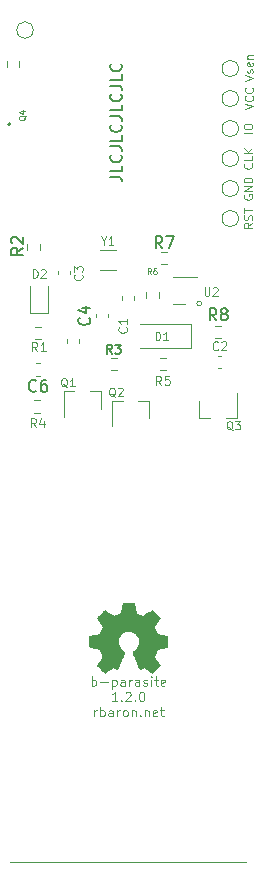
<source format=gbr>
G04 #@! TF.GenerationSoftware,KiCad,Pcbnew,(6.0.0)*
G04 #@! TF.CreationDate,2022-04-30T09:15:09+02:00*
G04 #@! TF.ProjectId,parasite,70617261-7369-4746-952e-6b696361645f,1.2.0*
G04 #@! TF.SameCoordinates,Original*
G04 #@! TF.FileFunction,Legend,Top*
G04 #@! TF.FilePolarity,Positive*
%FSLAX46Y46*%
G04 Gerber Fmt 4.6, Leading zero omitted, Abs format (unit mm)*
G04 Created by KiCad (PCBNEW (6.0.0)) date 2022-04-30 09:15:09*
%MOMM*%
%LPD*%
G01*
G04 APERTURE LIST*
%ADD10C,0.120000*%
%ADD11C,0.100000*%
%ADD12C,0.200000*%
%ADD13C,0.150000*%
%ADD14C,0.010000*%
G04 APERTURE END LIST*
D10*
X58000000Y-99000000D02*
X78000000Y-99000000D01*
X74200000Y-51700000D02*
G75*
G03*
X74200000Y-51700000I-200000J0D01*
G01*
D11*
X64914285Y-84073904D02*
X64914285Y-83273904D01*
X64914285Y-83578666D02*
X64990476Y-83540571D01*
X65142857Y-83540571D01*
X65219047Y-83578666D01*
X65257142Y-83616761D01*
X65295238Y-83692952D01*
X65295238Y-83921523D01*
X65257142Y-83997714D01*
X65219047Y-84035809D01*
X65142857Y-84073904D01*
X64990476Y-84073904D01*
X64914285Y-84035809D01*
X65638095Y-83769142D02*
X66247619Y-83769142D01*
X66628571Y-83540571D02*
X66628571Y-84340571D01*
X66628571Y-83578666D02*
X66704761Y-83540571D01*
X66857142Y-83540571D01*
X66933333Y-83578666D01*
X66971428Y-83616761D01*
X67009523Y-83692952D01*
X67009523Y-83921523D01*
X66971428Y-83997714D01*
X66933333Y-84035809D01*
X66857142Y-84073904D01*
X66704761Y-84073904D01*
X66628571Y-84035809D01*
X67695238Y-84073904D02*
X67695238Y-83654857D01*
X67657142Y-83578666D01*
X67580952Y-83540571D01*
X67428571Y-83540571D01*
X67352380Y-83578666D01*
X67695238Y-84035809D02*
X67619047Y-84073904D01*
X67428571Y-84073904D01*
X67352380Y-84035809D01*
X67314285Y-83959619D01*
X67314285Y-83883428D01*
X67352380Y-83807238D01*
X67428571Y-83769142D01*
X67619047Y-83769142D01*
X67695238Y-83731047D01*
X68076190Y-84073904D02*
X68076190Y-83540571D01*
X68076190Y-83692952D02*
X68114285Y-83616761D01*
X68152380Y-83578666D01*
X68228571Y-83540571D01*
X68304761Y-83540571D01*
X68914285Y-84073904D02*
X68914285Y-83654857D01*
X68876190Y-83578666D01*
X68800000Y-83540571D01*
X68647619Y-83540571D01*
X68571428Y-83578666D01*
X68914285Y-84035809D02*
X68838095Y-84073904D01*
X68647619Y-84073904D01*
X68571428Y-84035809D01*
X68533333Y-83959619D01*
X68533333Y-83883428D01*
X68571428Y-83807238D01*
X68647619Y-83769142D01*
X68838095Y-83769142D01*
X68914285Y-83731047D01*
X69257142Y-84035809D02*
X69333333Y-84073904D01*
X69485714Y-84073904D01*
X69561904Y-84035809D01*
X69600000Y-83959619D01*
X69600000Y-83921523D01*
X69561904Y-83845333D01*
X69485714Y-83807238D01*
X69371428Y-83807238D01*
X69295238Y-83769142D01*
X69257142Y-83692952D01*
X69257142Y-83654857D01*
X69295238Y-83578666D01*
X69371428Y-83540571D01*
X69485714Y-83540571D01*
X69561904Y-83578666D01*
X69942857Y-84073904D02*
X69942857Y-83540571D01*
X69942857Y-83273904D02*
X69904761Y-83312000D01*
X69942857Y-83350095D01*
X69980952Y-83312000D01*
X69942857Y-83273904D01*
X69942857Y-83350095D01*
X70209523Y-83540571D02*
X70514285Y-83540571D01*
X70323809Y-83273904D02*
X70323809Y-83959619D01*
X70361904Y-84035809D01*
X70438095Y-84073904D01*
X70514285Y-84073904D01*
X71085714Y-84035809D02*
X71009523Y-84073904D01*
X70857142Y-84073904D01*
X70780952Y-84035809D01*
X70742857Y-83959619D01*
X70742857Y-83654857D01*
X70780952Y-83578666D01*
X70857142Y-83540571D01*
X71009523Y-83540571D01*
X71085714Y-83578666D01*
X71123809Y-83654857D01*
X71123809Y-83731047D01*
X70742857Y-83807238D01*
X67085714Y-85361904D02*
X66628571Y-85361904D01*
X66857142Y-85361904D02*
X66857142Y-84561904D01*
X66780952Y-84676190D01*
X66704761Y-84752380D01*
X66628571Y-84790476D01*
X67428571Y-85285714D02*
X67466666Y-85323809D01*
X67428571Y-85361904D01*
X67390476Y-85323809D01*
X67428571Y-85285714D01*
X67428571Y-85361904D01*
X67771428Y-84638095D02*
X67809523Y-84600000D01*
X67885714Y-84561904D01*
X68076190Y-84561904D01*
X68152380Y-84600000D01*
X68190476Y-84638095D01*
X68228571Y-84714285D01*
X68228571Y-84790476D01*
X68190476Y-84904761D01*
X67733333Y-85361904D01*
X68228571Y-85361904D01*
X68571428Y-85285714D02*
X68609523Y-85323809D01*
X68571428Y-85361904D01*
X68533333Y-85323809D01*
X68571428Y-85285714D01*
X68571428Y-85361904D01*
X69104761Y-84561904D02*
X69180952Y-84561904D01*
X69257142Y-84600000D01*
X69295238Y-84638095D01*
X69333333Y-84714285D01*
X69371428Y-84866666D01*
X69371428Y-85057142D01*
X69333333Y-85209523D01*
X69295238Y-85285714D01*
X69257142Y-85323809D01*
X69180952Y-85361904D01*
X69104761Y-85361904D01*
X69028571Y-85323809D01*
X68990476Y-85285714D01*
X68952380Y-85209523D01*
X68914285Y-85057142D01*
X68914285Y-84866666D01*
X68952380Y-84714285D01*
X68990476Y-84638095D01*
X69028571Y-84600000D01*
X69104761Y-84561904D01*
X65123809Y-86649904D02*
X65123809Y-86116571D01*
X65123809Y-86268952D02*
X65161904Y-86192761D01*
X65200000Y-86154666D01*
X65276190Y-86116571D01*
X65352380Y-86116571D01*
X65619047Y-86649904D02*
X65619047Y-85849904D01*
X65619047Y-86154666D02*
X65695238Y-86116571D01*
X65847619Y-86116571D01*
X65923809Y-86154666D01*
X65961904Y-86192761D01*
X66000000Y-86268952D01*
X66000000Y-86497523D01*
X65961904Y-86573714D01*
X65923809Y-86611809D01*
X65847619Y-86649904D01*
X65695238Y-86649904D01*
X65619047Y-86611809D01*
X66685714Y-86649904D02*
X66685714Y-86230857D01*
X66647619Y-86154666D01*
X66571428Y-86116571D01*
X66419047Y-86116571D01*
X66342857Y-86154666D01*
X66685714Y-86611809D02*
X66609523Y-86649904D01*
X66419047Y-86649904D01*
X66342857Y-86611809D01*
X66304761Y-86535619D01*
X66304761Y-86459428D01*
X66342857Y-86383238D01*
X66419047Y-86345142D01*
X66609523Y-86345142D01*
X66685714Y-86307047D01*
X67066666Y-86649904D02*
X67066666Y-86116571D01*
X67066666Y-86268952D02*
X67104761Y-86192761D01*
X67142857Y-86154666D01*
X67219047Y-86116571D01*
X67295238Y-86116571D01*
X67676190Y-86649904D02*
X67600000Y-86611809D01*
X67561904Y-86573714D01*
X67523809Y-86497523D01*
X67523809Y-86268952D01*
X67561904Y-86192761D01*
X67600000Y-86154666D01*
X67676190Y-86116571D01*
X67790476Y-86116571D01*
X67866666Y-86154666D01*
X67904761Y-86192761D01*
X67942857Y-86268952D01*
X67942857Y-86497523D01*
X67904761Y-86573714D01*
X67866666Y-86611809D01*
X67790476Y-86649904D01*
X67676190Y-86649904D01*
X68285714Y-86116571D02*
X68285714Y-86649904D01*
X68285714Y-86192761D02*
X68323809Y-86154666D01*
X68400000Y-86116571D01*
X68514285Y-86116571D01*
X68590476Y-86154666D01*
X68628571Y-86230857D01*
X68628571Y-86649904D01*
X69009523Y-86573714D02*
X69047619Y-86611809D01*
X69009523Y-86649904D01*
X68971428Y-86611809D01*
X69009523Y-86573714D01*
X69009523Y-86649904D01*
X69390476Y-86116571D02*
X69390476Y-86649904D01*
X69390476Y-86192761D02*
X69428571Y-86154666D01*
X69504761Y-86116571D01*
X69619047Y-86116571D01*
X69695238Y-86154666D01*
X69733333Y-86230857D01*
X69733333Y-86649904D01*
X70419047Y-86611809D02*
X70342857Y-86649904D01*
X70190476Y-86649904D01*
X70114285Y-86611809D01*
X70076190Y-86535619D01*
X70076190Y-86230857D01*
X70114285Y-86154666D01*
X70190476Y-86116571D01*
X70342857Y-86116571D01*
X70419047Y-86154666D01*
X70457142Y-86230857D01*
X70457142Y-86307047D01*
X70076190Y-86383238D01*
X70685714Y-86116571D02*
X70990476Y-86116571D01*
X70800000Y-85849904D02*
X70800000Y-86535619D01*
X70838095Y-86611809D01*
X70914285Y-86649904D01*
X70990476Y-86649904D01*
D12*
X66472380Y-40969047D02*
X67186666Y-40969047D01*
X67329523Y-41016666D01*
X67424761Y-41111904D01*
X67472380Y-41254761D01*
X67472380Y-41350000D01*
X67472380Y-40016666D02*
X67472380Y-40492857D01*
X66472380Y-40492857D01*
X67377142Y-39111904D02*
X67424761Y-39159523D01*
X67472380Y-39302380D01*
X67472380Y-39397619D01*
X67424761Y-39540476D01*
X67329523Y-39635714D01*
X67234285Y-39683333D01*
X67043809Y-39730952D01*
X66900952Y-39730952D01*
X66710476Y-39683333D01*
X66615238Y-39635714D01*
X66520000Y-39540476D01*
X66472380Y-39397619D01*
X66472380Y-39302380D01*
X66520000Y-39159523D01*
X66567619Y-39111904D01*
X66472380Y-38397619D02*
X67186666Y-38397619D01*
X67329523Y-38445238D01*
X67424761Y-38540476D01*
X67472380Y-38683333D01*
X67472380Y-38778571D01*
X67472380Y-37445238D02*
X67472380Y-37921428D01*
X66472380Y-37921428D01*
X67377142Y-36540476D02*
X67424761Y-36588095D01*
X67472380Y-36730952D01*
X67472380Y-36826190D01*
X67424761Y-36969047D01*
X67329523Y-37064285D01*
X67234285Y-37111904D01*
X67043809Y-37159523D01*
X66900952Y-37159523D01*
X66710476Y-37111904D01*
X66615238Y-37064285D01*
X66520000Y-36969047D01*
X66472380Y-36826190D01*
X66472380Y-36730952D01*
X66520000Y-36588095D01*
X66567619Y-36540476D01*
X66472380Y-35826190D02*
X67186666Y-35826190D01*
X67329523Y-35873809D01*
X67424761Y-35969047D01*
X67472380Y-36111904D01*
X67472380Y-36207142D01*
X67472380Y-34873809D02*
X67472380Y-35350000D01*
X66472380Y-35350000D01*
X67377142Y-33969047D02*
X67424761Y-34016666D01*
X67472380Y-34159523D01*
X67472380Y-34254761D01*
X67424761Y-34397619D01*
X67329523Y-34492857D01*
X67234285Y-34540476D01*
X67043809Y-34588095D01*
X66900952Y-34588095D01*
X66710476Y-34540476D01*
X66615238Y-34492857D01*
X66520000Y-34397619D01*
X66472380Y-34254761D01*
X66472380Y-34159523D01*
X66520000Y-34016666D01*
X66567619Y-33969047D01*
X66472380Y-33254761D02*
X67186666Y-33254761D01*
X67329523Y-33302380D01*
X67424761Y-33397619D01*
X67472380Y-33540476D01*
X67472380Y-33635714D01*
X67472380Y-32302380D02*
X67472380Y-32778571D01*
X66472380Y-32778571D01*
X67377142Y-31397619D02*
X67424761Y-31445238D01*
X67472380Y-31588095D01*
X67472380Y-31683333D01*
X67424761Y-31826190D01*
X67329523Y-31921428D01*
X67234285Y-31969047D01*
X67043809Y-32016666D01*
X66900952Y-32016666D01*
X66710476Y-31969047D01*
X66615238Y-31921428D01*
X66520000Y-31826190D01*
X66472380Y-31683333D01*
X66472380Y-31588095D01*
X66520000Y-31445238D01*
X66567619Y-31397619D01*
D13*
X60193333Y-59067142D02*
X60145714Y-59114761D01*
X60002857Y-59162380D01*
X59907619Y-59162380D01*
X59764761Y-59114761D01*
X59669523Y-59019523D01*
X59621904Y-58924285D01*
X59574285Y-58733809D01*
X59574285Y-58590952D01*
X59621904Y-58400476D01*
X59669523Y-58305238D01*
X59764761Y-58210000D01*
X59907619Y-58162380D01*
X60002857Y-58162380D01*
X60145714Y-58210000D01*
X60193333Y-58257619D01*
X61050476Y-58162380D02*
X60860000Y-58162380D01*
X60764761Y-58210000D01*
X60717142Y-58257619D01*
X60621904Y-58400476D01*
X60574285Y-58590952D01*
X60574285Y-58971904D01*
X60621904Y-59067142D01*
X60669523Y-59114761D01*
X60764761Y-59162380D01*
X60955238Y-59162380D01*
X61050476Y-59114761D01*
X61098095Y-59067142D01*
X61145714Y-58971904D01*
X61145714Y-58733809D01*
X61098095Y-58638571D01*
X61050476Y-58590952D01*
X60955238Y-58543333D01*
X60764761Y-58543333D01*
X60669523Y-58590952D01*
X60621904Y-58638571D01*
X60574285Y-58733809D01*
X64687142Y-52896666D02*
X64734761Y-52944285D01*
X64782380Y-53087142D01*
X64782380Y-53182380D01*
X64734761Y-53325238D01*
X64639523Y-53420476D01*
X64544285Y-53468095D01*
X64353809Y-53515714D01*
X64210952Y-53515714D01*
X64020476Y-53468095D01*
X63925238Y-53420476D01*
X63830000Y-53325238D01*
X63782380Y-53182380D01*
X63782380Y-53087142D01*
X63830000Y-52944285D01*
X63877619Y-52896666D01*
X64115714Y-52039523D02*
X64782380Y-52039523D01*
X63734761Y-52277619D02*
X64449047Y-52515714D01*
X64449047Y-51896666D01*
D11*
X64057857Y-49245000D02*
X64093571Y-49280714D01*
X64129285Y-49387857D01*
X64129285Y-49459285D01*
X64093571Y-49566428D01*
X64022142Y-49637857D01*
X63950714Y-49673571D01*
X63807857Y-49709285D01*
X63700714Y-49709285D01*
X63557857Y-49673571D01*
X63486428Y-49637857D01*
X63415000Y-49566428D01*
X63379285Y-49459285D01*
X63379285Y-49387857D01*
X63415000Y-49280714D01*
X63450714Y-49245000D01*
X63379285Y-48995000D02*
X63379285Y-48530714D01*
X63665000Y-48780714D01*
X63665000Y-48673571D01*
X63700714Y-48602142D01*
X63736428Y-48566428D01*
X63807857Y-48530714D01*
X63986428Y-48530714D01*
X64057857Y-48566428D01*
X64093571Y-48602142D01*
X64129285Y-48673571D01*
X64129285Y-48887857D01*
X64093571Y-48959285D01*
X64057857Y-48995000D01*
X75605000Y-55577857D02*
X75569285Y-55613571D01*
X75462142Y-55649285D01*
X75390714Y-55649285D01*
X75283571Y-55613571D01*
X75212142Y-55542142D01*
X75176428Y-55470714D01*
X75140714Y-55327857D01*
X75140714Y-55220714D01*
X75176428Y-55077857D01*
X75212142Y-55006428D01*
X75283571Y-54935000D01*
X75390714Y-54899285D01*
X75462142Y-54899285D01*
X75569285Y-54935000D01*
X75605000Y-54970714D01*
X75890714Y-54970714D02*
X75926428Y-54935000D01*
X75997857Y-54899285D01*
X76176428Y-54899285D01*
X76247857Y-54935000D01*
X76283571Y-54970714D01*
X76319285Y-55042142D01*
X76319285Y-55113571D01*
X76283571Y-55220714D01*
X75855000Y-55649285D01*
X76319285Y-55649285D01*
X67837857Y-53695000D02*
X67873571Y-53730714D01*
X67909285Y-53837857D01*
X67909285Y-53909285D01*
X67873571Y-54016428D01*
X67802142Y-54087857D01*
X67730714Y-54123571D01*
X67587857Y-54159285D01*
X67480714Y-54159285D01*
X67337857Y-54123571D01*
X67266428Y-54087857D01*
X67195000Y-54016428D01*
X67159285Y-53909285D01*
X67159285Y-53837857D01*
X67195000Y-53730714D01*
X67230714Y-53695000D01*
X67909285Y-52980714D02*
X67909285Y-53409285D01*
X67909285Y-53195000D02*
X67159285Y-53195000D01*
X67266428Y-53266428D01*
X67337857Y-53337857D01*
X67373571Y-53409285D01*
X69926666Y-49206190D02*
X69760000Y-48968095D01*
X69640952Y-49206190D02*
X69640952Y-48706190D01*
X69831428Y-48706190D01*
X69879047Y-48730000D01*
X69902857Y-48753809D01*
X69926666Y-48801428D01*
X69926666Y-48872857D01*
X69902857Y-48920476D01*
X69879047Y-48944285D01*
X69831428Y-48968095D01*
X69640952Y-48968095D01*
X70355238Y-48706190D02*
X70260000Y-48706190D01*
X70212380Y-48730000D01*
X70188571Y-48753809D01*
X70140952Y-48825238D01*
X70117142Y-48920476D01*
X70117142Y-49110952D01*
X70140952Y-49158571D01*
X70164761Y-49182380D01*
X70212380Y-49206190D01*
X70307619Y-49206190D01*
X70355238Y-49182380D01*
X70379047Y-49158571D01*
X70402857Y-49110952D01*
X70402857Y-48991904D01*
X70379047Y-48944285D01*
X70355238Y-48920476D01*
X70307619Y-48896666D01*
X70212380Y-48896666D01*
X70164761Y-48920476D01*
X70140952Y-48944285D01*
X70117142Y-48991904D01*
X70795000Y-58589285D02*
X70545000Y-58232142D01*
X70366428Y-58589285D02*
X70366428Y-57839285D01*
X70652142Y-57839285D01*
X70723571Y-57875000D01*
X70759285Y-57910714D01*
X70795000Y-57982142D01*
X70795000Y-58089285D01*
X70759285Y-58160714D01*
X70723571Y-58196428D01*
X70652142Y-58232142D01*
X70366428Y-58232142D01*
X71473571Y-57839285D02*
X71116428Y-57839285D01*
X71080714Y-58196428D01*
X71116428Y-58160714D01*
X71187857Y-58125000D01*
X71366428Y-58125000D01*
X71437857Y-58160714D01*
X71473571Y-58196428D01*
X71509285Y-58267857D01*
X71509285Y-58446428D01*
X71473571Y-58517857D01*
X71437857Y-58553571D01*
X71366428Y-58589285D01*
X71187857Y-58589285D01*
X71116428Y-58553571D01*
X71080714Y-58517857D01*
X60185000Y-62179285D02*
X59935000Y-61822142D01*
X59756428Y-62179285D02*
X59756428Y-61429285D01*
X60042142Y-61429285D01*
X60113571Y-61465000D01*
X60149285Y-61500714D01*
X60185000Y-61572142D01*
X60185000Y-61679285D01*
X60149285Y-61750714D01*
X60113571Y-61786428D01*
X60042142Y-61822142D01*
X59756428Y-61822142D01*
X60827857Y-61679285D02*
X60827857Y-62179285D01*
X60649285Y-61393571D02*
X60470714Y-61929285D01*
X60935000Y-61929285D01*
D10*
X62833333Y-58783333D02*
X62766666Y-58750000D01*
X62700000Y-58683333D01*
X62600000Y-58583333D01*
X62533333Y-58550000D01*
X62466666Y-58550000D01*
X62500000Y-58716666D02*
X62433333Y-58683333D01*
X62366666Y-58616666D01*
X62333333Y-58483333D01*
X62333333Y-58250000D01*
X62366666Y-58116666D01*
X62433333Y-58050000D01*
X62500000Y-58016666D01*
X62633333Y-58016666D01*
X62700000Y-58050000D01*
X62766666Y-58116666D01*
X62800000Y-58250000D01*
X62800000Y-58483333D01*
X62766666Y-58616666D01*
X62700000Y-58683333D01*
X62633333Y-58716666D01*
X62500000Y-58716666D01*
X63466666Y-58716666D02*
X63066666Y-58716666D01*
X63266666Y-58716666D02*
X63266666Y-58016666D01*
X63200000Y-58116666D01*
X63133333Y-58183333D01*
X63066666Y-58216666D01*
D13*
X66635000Y-55929285D02*
X66385000Y-55572142D01*
X66206428Y-55929285D02*
X66206428Y-55179285D01*
X66492142Y-55179285D01*
X66563571Y-55215000D01*
X66599285Y-55250714D01*
X66635000Y-55322142D01*
X66635000Y-55429285D01*
X66599285Y-55500714D01*
X66563571Y-55536428D01*
X66492142Y-55572142D01*
X66206428Y-55572142D01*
X66885000Y-55179285D02*
X67349285Y-55179285D01*
X67099285Y-55465000D01*
X67206428Y-55465000D01*
X67277857Y-55500714D01*
X67313571Y-55536428D01*
X67349285Y-55607857D01*
X67349285Y-55786428D01*
X67313571Y-55857857D01*
X67277857Y-55893571D01*
X67206428Y-55929285D01*
X66992142Y-55929285D01*
X66920714Y-55893571D01*
X66885000Y-55857857D01*
D11*
X60295000Y-55739285D02*
X60045000Y-55382142D01*
X59866428Y-55739285D02*
X59866428Y-54989285D01*
X60152142Y-54989285D01*
X60223571Y-55025000D01*
X60259285Y-55060714D01*
X60295000Y-55132142D01*
X60295000Y-55239285D01*
X60259285Y-55310714D01*
X60223571Y-55346428D01*
X60152142Y-55382142D01*
X59866428Y-55382142D01*
X61009285Y-55739285D02*
X60580714Y-55739285D01*
X60795000Y-55739285D02*
X60795000Y-54989285D01*
X60723571Y-55096428D01*
X60652142Y-55167857D01*
X60580714Y-55203571D01*
D10*
X78506666Y-37246666D02*
X77806666Y-37246666D01*
X77806666Y-36780000D02*
X77806666Y-36646666D01*
X77840000Y-36580000D01*
X77906666Y-36513333D01*
X78040000Y-36480000D01*
X78273333Y-36480000D01*
X78406666Y-36513333D01*
X78473333Y-36580000D01*
X78506666Y-36646666D01*
X78506666Y-36780000D01*
X78473333Y-36846666D01*
X78406666Y-36913333D01*
X78273333Y-36946666D01*
X78040000Y-36946666D01*
X77906666Y-36913333D01*
X77840000Y-36846666D01*
X77806666Y-36780000D01*
X78440000Y-39836666D02*
X78473333Y-39870000D01*
X78506666Y-39970000D01*
X78506666Y-40036666D01*
X78473333Y-40136666D01*
X78406666Y-40203333D01*
X78340000Y-40236666D01*
X78206666Y-40270000D01*
X78106666Y-40270000D01*
X77973333Y-40236666D01*
X77906666Y-40203333D01*
X77840000Y-40136666D01*
X77806666Y-40036666D01*
X77806666Y-39970000D01*
X77840000Y-39870000D01*
X77873333Y-39836666D01*
X78506666Y-39203333D02*
X78506666Y-39536666D01*
X77806666Y-39536666D01*
X78506666Y-38970000D02*
X77806666Y-38970000D01*
X78506666Y-38570000D02*
X78106666Y-38870000D01*
X77806666Y-38570000D02*
X78206666Y-38970000D01*
X78506666Y-44883333D02*
X78173333Y-45116666D01*
X78506666Y-45283333D02*
X77806666Y-45283333D01*
X77806666Y-45016666D01*
X77840000Y-44950000D01*
X77873333Y-44916666D01*
X77940000Y-44883333D01*
X78040000Y-44883333D01*
X78106666Y-44916666D01*
X78140000Y-44950000D01*
X78173333Y-45016666D01*
X78173333Y-45283333D01*
X78473333Y-44616666D02*
X78506666Y-44516666D01*
X78506666Y-44350000D01*
X78473333Y-44283333D01*
X78440000Y-44250000D01*
X78373333Y-44216666D01*
X78306666Y-44216666D01*
X78240000Y-44250000D01*
X78206666Y-44283333D01*
X78173333Y-44350000D01*
X78140000Y-44483333D01*
X78106666Y-44550000D01*
X78073333Y-44583333D01*
X78006666Y-44616666D01*
X77940000Y-44616666D01*
X77873333Y-44583333D01*
X77840000Y-44550000D01*
X77806666Y-44483333D01*
X77806666Y-44316666D01*
X77840000Y-44216666D01*
X77806666Y-44016666D02*
X77806666Y-43616666D01*
X78506666Y-43816666D02*
X77806666Y-43816666D01*
X77840000Y-42493333D02*
X77806666Y-42560000D01*
X77806666Y-42660000D01*
X77840000Y-42760000D01*
X77906666Y-42826666D01*
X77973333Y-42860000D01*
X78106666Y-42893333D01*
X78206666Y-42893333D01*
X78340000Y-42860000D01*
X78406666Y-42826666D01*
X78473333Y-42760000D01*
X78506666Y-42660000D01*
X78506666Y-42593333D01*
X78473333Y-42493333D01*
X78440000Y-42460000D01*
X78206666Y-42460000D01*
X78206666Y-42593333D01*
X78506666Y-42160000D02*
X77806666Y-42160000D01*
X78506666Y-41760000D01*
X77806666Y-41760000D01*
X78506666Y-41426666D02*
X77806666Y-41426666D01*
X77806666Y-41260000D01*
X77840000Y-41160000D01*
X77906666Y-41093333D01*
X77973333Y-41060000D01*
X78106666Y-41026666D01*
X78206666Y-41026666D01*
X78340000Y-41060000D01*
X78406666Y-41093333D01*
X78473333Y-41160000D01*
X78506666Y-41260000D01*
X78506666Y-41426666D01*
X77876666Y-35233333D02*
X78576666Y-35000000D01*
X77876666Y-34766666D01*
X78510000Y-34133333D02*
X78543333Y-34166666D01*
X78576666Y-34266666D01*
X78576666Y-34333333D01*
X78543333Y-34433333D01*
X78476666Y-34500000D01*
X78410000Y-34533333D01*
X78276666Y-34566666D01*
X78176666Y-34566666D01*
X78043333Y-34533333D01*
X77976666Y-34500000D01*
X77910000Y-34433333D01*
X77876666Y-34333333D01*
X77876666Y-34266666D01*
X77910000Y-34166666D01*
X77943333Y-34133333D01*
X78510000Y-33433333D02*
X78543333Y-33466666D01*
X78576666Y-33566666D01*
X78576666Y-33633333D01*
X78543333Y-33733333D01*
X78476666Y-33800000D01*
X78410000Y-33833333D01*
X78276666Y-33866666D01*
X78176666Y-33866666D01*
X78043333Y-33833333D01*
X77976666Y-33800000D01*
X77910000Y-33733333D01*
X77876666Y-33633333D01*
X77876666Y-33566666D01*
X77910000Y-33466666D01*
X77943333Y-33433333D01*
D13*
X59082380Y-46986666D02*
X58606190Y-47320000D01*
X59082380Y-47558095D02*
X58082380Y-47558095D01*
X58082380Y-47177142D01*
X58130000Y-47081904D01*
X58177619Y-47034285D01*
X58272857Y-46986666D01*
X58415714Y-46986666D01*
X58510952Y-47034285D01*
X58558571Y-47081904D01*
X58606190Y-47177142D01*
X58606190Y-47558095D01*
X58177619Y-46605714D02*
X58130000Y-46558095D01*
X58082380Y-46462857D01*
X58082380Y-46224761D01*
X58130000Y-46129523D01*
X58177619Y-46081904D01*
X58272857Y-46034285D01*
X58368095Y-46034285D01*
X58510952Y-46081904D01*
X59082380Y-46653333D01*
X59082380Y-46034285D01*
D10*
X76843333Y-62423333D02*
X76776666Y-62390000D01*
X76710000Y-62323333D01*
X76610000Y-62223333D01*
X76543333Y-62190000D01*
X76476666Y-62190000D01*
X76510000Y-62356666D02*
X76443333Y-62323333D01*
X76376666Y-62256666D01*
X76343333Y-62123333D01*
X76343333Y-61890000D01*
X76376666Y-61756666D01*
X76443333Y-61690000D01*
X76510000Y-61656666D01*
X76643333Y-61656666D01*
X76710000Y-61690000D01*
X76776666Y-61756666D01*
X76810000Y-61890000D01*
X76810000Y-62123333D01*
X76776666Y-62256666D01*
X76710000Y-62323333D01*
X76643333Y-62356666D01*
X76510000Y-62356666D01*
X77043333Y-61656666D02*
X77476666Y-61656666D01*
X77243333Y-61923333D01*
X77343333Y-61923333D01*
X77410000Y-61956666D01*
X77443333Y-61990000D01*
X77476666Y-62056666D01*
X77476666Y-62223333D01*
X77443333Y-62290000D01*
X77410000Y-62323333D01*
X77343333Y-62356666D01*
X77143333Y-62356666D01*
X77076666Y-62323333D01*
X77043333Y-62290000D01*
X65916666Y-46383333D02*
X65916666Y-46716666D01*
X65683333Y-46016666D02*
X65916666Y-46383333D01*
X66150000Y-46016666D01*
X66750000Y-46716666D02*
X66350000Y-46716666D01*
X66550000Y-46716666D02*
X66550000Y-46016666D01*
X66483333Y-46116666D01*
X66416666Y-46183333D01*
X66350000Y-46216666D01*
X59933333Y-49509166D02*
X59933333Y-48809166D01*
X60100000Y-48809166D01*
X60200000Y-48842500D01*
X60266666Y-48909166D01*
X60300000Y-48975833D01*
X60333333Y-49109166D01*
X60333333Y-49209166D01*
X60300000Y-49342500D01*
X60266666Y-49409166D01*
X60200000Y-49475833D01*
X60100000Y-49509166D01*
X59933333Y-49509166D01*
X60600000Y-48875833D02*
X60633333Y-48842500D01*
X60700000Y-48809166D01*
X60866666Y-48809166D01*
X60933333Y-48842500D01*
X60966666Y-48875833D01*
X61000000Y-48942500D01*
X61000000Y-49009166D01*
X60966666Y-49109166D01*
X60566666Y-49509166D01*
X61000000Y-49509166D01*
D13*
X70893333Y-47012380D02*
X70560000Y-46536190D01*
X70321904Y-47012380D02*
X70321904Y-46012380D01*
X70702857Y-46012380D01*
X70798095Y-46060000D01*
X70845714Y-46107619D01*
X70893333Y-46202857D01*
X70893333Y-46345714D01*
X70845714Y-46440952D01*
X70798095Y-46488571D01*
X70702857Y-46536190D01*
X70321904Y-46536190D01*
X71226666Y-46012380D02*
X71893333Y-46012380D01*
X71464761Y-47012380D01*
X75453333Y-53112380D02*
X75120000Y-52636190D01*
X74881904Y-53112380D02*
X74881904Y-52112380D01*
X75262857Y-52112380D01*
X75358095Y-52160000D01*
X75405714Y-52207619D01*
X75453333Y-52302857D01*
X75453333Y-52445714D01*
X75405714Y-52540952D01*
X75358095Y-52588571D01*
X75262857Y-52636190D01*
X74881904Y-52636190D01*
X76024761Y-52540952D02*
X75929523Y-52493333D01*
X75881904Y-52445714D01*
X75834285Y-52350476D01*
X75834285Y-52302857D01*
X75881904Y-52207619D01*
X75929523Y-52160000D01*
X76024761Y-52112380D01*
X76215238Y-52112380D01*
X76310476Y-52160000D01*
X76358095Y-52207619D01*
X76405714Y-52302857D01*
X76405714Y-52350476D01*
X76358095Y-52445714D01*
X76310476Y-52493333D01*
X76215238Y-52540952D01*
X76024761Y-52540952D01*
X75929523Y-52588571D01*
X75881904Y-52636190D01*
X75834285Y-52731428D01*
X75834285Y-52921904D01*
X75881904Y-53017142D01*
X75929523Y-53064761D01*
X76024761Y-53112380D01*
X76215238Y-53112380D01*
X76310476Y-53064761D01*
X76358095Y-53017142D01*
X76405714Y-52921904D01*
X76405714Y-52731428D01*
X76358095Y-52636190D01*
X76310476Y-52588571D01*
X76215238Y-52540952D01*
D10*
X66893333Y-59573333D02*
X66826666Y-59540000D01*
X66760000Y-59473333D01*
X66660000Y-59373333D01*
X66593333Y-59340000D01*
X66526666Y-59340000D01*
X66560000Y-59506666D02*
X66493333Y-59473333D01*
X66426666Y-59406666D01*
X66393333Y-59273333D01*
X66393333Y-59040000D01*
X66426666Y-58906666D01*
X66493333Y-58840000D01*
X66560000Y-58806666D01*
X66693333Y-58806666D01*
X66760000Y-58840000D01*
X66826666Y-58906666D01*
X66860000Y-59040000D01*
X66860000Y-59273333D01*
X66826666Y-59406666D01*
X66760000Y-59473333D01*
X66693333Y-59506666D01*
X66560000Y-59506666D01*
X67126666Y-58873333D02*
X67160000Y-58840000D01*
X67226666Y-58806666D01*
X67393333Y-58806666D01*
X67460000Y-58840000D01*
X67493333Y-58873333D01*
X67526666Y-58940000D01*
X67526666Y-59006666D01*
X67493333Y-59106666D01*
X67093333Y-59506666D01*
X67526666Y-59506666D01*
X74466666Y-50316666D02*
X74466666Y-50883333D01*
X74500000Y-50950000D01*
X74533333Y-50983333D01*
X74600000Y-51016666D01*
X74733333Y-51016666D01*
X74800000Y-50983333D01*
X74833333Y-50950000D01*
X74866666Y-50883333D01*
X74866666Y-50316666D01*
X75166666Y-50383333D02*
X75200000Y-50350000D01*
X75266666Y-50316666D01*
X75433333Y-50316666D01*
X75500000Y-50350000D01*
X75533333Y-50383333D01*
X75566666Y-50450000D01*
X75566666Y-50516666D01*
X75533333Y-50616666D01*
X75133333Y-51016666D01*
X75566666Y-51016666D01*
X70313333Y-54786666D02*
X70313333Y-54086666D01*
X70480000Y-54086666D01*
X70580000Y-54120000D01*
X70646666Y-54186666D01*
X70680000Y-54253333D01*
X70713333Y-54386666D01*
X70713333Y-54486666D01*
X70680000Y-54620000D01*
X70646666Y-54686666D01*
X70580000Y-54753333D01*
X70480000Y-54786666D01*
X70313333Y-54786666D01*
X71380000Y-54786666D02*
X70980000Y-54786666D01*
X71180000Y-54786666D02*
X71180000Y-54086666D01*
X71113333Y-54186666D01*
X71046666Y-54253333D01*
X70980000Y-54286666D01*
X77846666Y-32833333D02*
X78546666Y-32600000D01*
X77846666Y-32366666D01*
X78513333Y-32166666D02*
X78546666Y-32100000D01*
X78546666Y-31966666D01*
X78513333Y-31900000D01*
X78446666Y-31866666D01*
X78413333Y-31866666D01*
X78346666Y-31900000D01*
X78313333Y-31966666D01*
X78313333Y-32066666D01*
X78280000Y-32133333D01*
X78213333Y-32166666D01*
X78180000Y-32166666D01*
X78113333Y-32133333D01*
X78080000Y-32066666D01*
X78080000Y-31966666D01*
X78113333Y-31900000D01*
X78513333Y-31300000D02*
X78546666Y-31366666D01*
X78546666Y-31500000D01*
X78513333Y-31566666D01*
X78446666Y-31600000D01*
X78180000Y-31600000D01*
X78113333Y-31566666D01*
X78080000Y-31500000D01*
X78080000Y-31366666D01*
X78113333Y-31300000D01*
X78180000Y-31266666D01*
X78246666Y-31266666D01*
X78313333Y-31600000D01*
X78080000Y-30966666D02*
X78546666Y-30966666D01*
X78146666Y-30966666D02*
X78113333Y-30933333D01*
X78080000Y-30866666D01*
X78080000Y-30766666D01*
X78113333Y-30700000D01*
X78180000Y-30666666D01*
X78546666Y-30666666D01*
D11*
X59303809Y-35805119D02*
X59280000Y-35852738D01*
X59232380Y-35900357D01*
X59160952Y-35971785D01*
X59137142Y-36019404D01*
X59137142Y-36067023D01*
X59256190Y-36043214D02*
X59232380Y-36090833D01*
X59184761Y-36138452D01*
X59089523Y-36162261D01*
X58922857Y-36162261D01*
X58827619Y-36138452D01*
X58780000Y-36090833D01*
X58756190Y-36043214D01*
X58756190Y-35947976D01*
X58780000Y-35900357D01*
X58827619Y-35852738D01*
X58922857Y-35828928D01*
X59089523Y-35828928D01*
X59184761Y-35852738D01*
X59232380Y-35900357D01*
X59256190Y-35947976D01*
X59256190Y-36043214D01*
X58922857Y-35400357D02*
X59256190Y-35400357D01*
X58732380Y-35519404D02*
X59089523Y-35638452D01*
X59089523Y-35328928D01*
D10*
X62780000Y-55026267D02*
X62780000Y-54733733D01*
X63800000Y-55026267D02*
X63800000Y-54733733D01*
X60506267Y-57790000D02*
X60213733Y-57790000D01*
X60506267Y-56770000D02*
X60213733Y-56770000D01*
X65250000Y-52876267D02*
X65250000Y-52583733D01*
X66270000Y-52876267D02*
X66270000Y-52583733D01*
X63060000Y-48943733D02*
X63060000Y-49236267D01*
X62040000Y-48943733D02*
X62040000Y-49236267D01*
X75603733Y-56120000D02*
X75896267Y-56120000D01*
X75603733Y-57140000D02*
X75896267Y-57140000D01*
X68450000Y-51386267D02*
X68450000Y-51093733D01*
X67430000Y-51386267D02*
X67430000Y-51093733D01*
X70582500Y-51254724D02*
X70582500Y-50745276D01*
X69537500Y-51254724D02*
X69537500Y-50745276D01*
X71174724Y-56297500D02*
X70665276Y-56297500D01*
X71174724Y-57342500D02*
X70665276Y-57342500D01*
X60564724Y-60932500D02*
X60055276Y-60932500D01*
X60564724Y-59887500D02*
X60055276Y-59887500D01*
X62520000Y-59140000D02*
X63450000Y-59140000D01*
X62520000Y-59140000D02*
X62520000Y-61300000D01*
X65680000Y-59140000D02*
X64750000Y-59140000D01*
X65680000Y-59140000D02*
X65680000Y-60600000D01*
X66525276Y-56307500D02*
X67034724Y-56307500D01*
X66525276Y-57352500D02*
X67034724Y-57352500D01*
X60065276Y-54702500D02*
X60574724Y-54702500D01*
X60065276Y-53657500D02*
X60574724Y-53657500D01*
X77340000Y-36880000D02*
G75*
G03*
X77340000Y-36880000I-700000J0D01*
G01*
X77340000Y-39420000D02*
G75*
G03*
X77340000Y-39420000I-700000J0D01*
G01*
X77340000Y-44500000D02*
G75*
G03*
X77340000Y-44500000I-700000J0D01*
G01*
X77340000Y-41960000D02*
G75*
G03*
X77340000Y-41960000I-700000J0D01*
G01*
X77340000Y-34340000D02*
G75*
G03*
X77340000Y-34340000I-700000J0D01*
G01*
X60512500Y-46615276D02*
X60512500Y-47124724D01*
X59467500Y-46615276D02*
X59467500Y-47124724D01*
X77190000Y-61400000D02*
X76260000Y-61400000D01*
X74030000Y-61400000D02*
X74960000Y-61400000D01*
X77190000Y-61400000D02*
X77190000Y-59240000D01*
X74030000Y-61400000D02*
X74030000Y-59940000D01*
X66925000Y-48875000D02*
X65575000Y-48875000D01*
X66925000Y-47125000D02*
X65575000Y-47125000D01*
X59715000Y-52465000D02*
X61185000Y-52465000D01*
X59715000Y-50180000D02*
X59715000Y-52465000D01*
X61185000Y-52465000D02*
X61185000Y-50180000D01*
X71314724Y-48382500D02*
X70805276Y-48382500D01*
X71314724Y-47337500D02*
X70805276Y-47337500D01*
X75365276Y-54612500D02*
X75874724Y-54612500D01*
X75365276Y-53567500D02*
X75874724Y-53567500D01*
X69790000Y-59930000D02*
X69790000Y-61390000D01*
X69790000Y-59930000D02*
X68860000Y-59930000D01*
X66630000Y-59930000D02*
X67560000Y-59930000D01*
X66630000Y-59930000D02*
X66630000Y-62090000D01*
X73800000Y-49490000D02*
X71800000Y-49490000D01*
X72800000Y-51710000D02*
X71800000Y-51710000D01*
X73310000Y-53460000D02*
X69010000Y-53460000D01*
X73310000Y-55460000D02*
X73310000Y-53460000D01*
X69010000Y-55460000D02*
X73310000Y-55460000D01*
D14*
X68555814Y-77468931D02*
X68639635Y-77913555D01*
X68639635Y-77913555D02*
X68948920Y-78041053D01*
X68948920Y-78041053D02*
X69258206Y-78168551D01*
X69258206Y-78168551D02*
X69629246Y-77916246D01*
X69629246Y-77916246D02*
X69733157Y-77845996D01*
X69733157Y-77845996D02*
X69827087Y-77783272D01*
X69827087Y-77783272D02*
X69906652Y-77730938D01*
X69906652Y-77730938D02*
X69967470Y-77691857D01*
X69967470Y-77691857D02*
X70005157Y-77668893D01*
X70005157Y-77668893D02*
X70015421Y-77663942D01*
X70015421Y-77663942D02*
X70033910Y-77676676D01*
X70033910Y-77676676D02*
X70073420Y-77711882D01*
X70073420Y-77711882D02*
X70129522Y-77765062D01*
X70129522Y-77765062D02*
X70197787Y-77831718D01*
X70197787Y-77831718D02*
X70273786Y-77907354D01*
X70273786Y-77907354D02*
X70353092Y-77987472D01*
X70353092Y-77987472D02*
X70431275Y-78067574D01*
X70431275Y-78067574D02*
X70503907Y-78143164D01*
X70503907Y-78143164D02*
X70566559Y-78209745D01*
X70566559Y-78209745D02*
X70614803Y-78262818D01*
X70614803Y-78262818D02*
X70644210Y-78297887D01*
X70644210Y-78297887D02*
X70651241Y-78309623D01*
X70651241Y-78309623D02*
X70641123Y-78331260D01*
X70641123Y-78331260D02*
X70612759Y-78378662D01*
X70612759Y-78378662D02*
X70569129Y-78447193D01*
X70569129Y-78447193D02*
X70513218Y-78532215D01*
X70513218Y-78532215D02*
X70448006Y-78629093D01*
X70448006Y-78629093D02*
X70410219Y-78684350D01*
X70410219Y-78684350D02*
X70341343Y-78785248D01*
X70341343Y-78785248D02*
X70280140Y-78876299D01*
X70280140Y-78876299D02*
X70229578Y-78952970D01*
X70229578Y-78952970D02*
X70192628Y-79010728D01*
X70192628Y-79010728D02*
X70172258Y-79045043D01*
X70172258Y-79045043D02*
X70169197Y-79052254D01*
X70169197Y-79052254D02*
X70176136Y-79072748D01*
X70176136Y-79072748D02*
X70195051Y-79120513D01*
X70195051Y-79120513D02*
X70223087Y-79188832D01*
X70223087Y-79188832D02*
X70257391Y-79270989D01*
X70257391Y-79270989D02*
X70295109Y-79360270D01*
X70295109Y-79360270D02*
X70333387Y-79449958D01*
X70333387Y-79449958D02*
X70369370Y-79533338D01*
X70369370Y-79533338D02*
X70400206Y-79603694D01*
X70400206Y-79603694D02*
X70423039Y-79654310D01*
X70423039Y-79654310D02*
X70435017Y-79678471D01*
X70435017Y-79678471D02*
X70435724Y-79679422D01*
X70435724Y-79679422D02*
X70454531Y-79684036D01*
X70454531Y-79684036D02*
X70504618Y-79694328D01*
X70504618Y-79694328D02*
X70580793Y-79709287D01*
X70580793Y-79709287D02*
X70677865Y-79727901D01*
X70677865Y-79727901D02*
X70790643Y-79749159D01*
X70790643Y-79749159D02*
X70856442Y-79761418D01*
X70856442Y-79761418D02*
X70976950Y-79784362D01*
X70976950Y-79784362D02*
X71085797Y-79806195D01*
X71085797Y-79806195D02*
X71177476Y-79825722D01*
X71177476Y-79825722D02*
X71246481Y-79841748D01*
X71246481Y-79841748D02*
X71287304Y-79853079D01*
X71287304Y-79853079D02*
X71295511Y-79856674D01*
X71295511Y-79856674D02*
X71303548Y-79881006D01*
X71303548Y-79881006D02*
X71310033Y-79935959D01*
X71310033Y-79935959D02*
X71314970Y-80015108D01*
X71314970Y-80015108D02*
X71318364Y-80112026D01*
X71318364Y-80112026D02*
X71320218Y-80220287D01*
X71320218Y-80220287D02*
X71320538Y-80333465D01*
X71320538Y-80333465D02*
X71319327Y-80445135D01*
X71319327Y-80445135D02*
X71316590Y-80548868D01*
X71316590Y-80548868D02*
X71312331Y-80638241D01*
X71312331Y-80638241D02*
X71306555Y-80706826D01*
X71306555Y-80706826D02*
X71299267Y-80748197D01*
X71299267Y-80748197D02*
X71294895Y-80756810D01*
X71294895Y-80756810D02*
X71268764Y-80767133D01*
X71268764Y-80767133D02*
X71213393Y-80781892D01*
X71213393Y-80781892D02*
X71136107Y-80799352D01*
X71136107Y-80799352D02*
X71044230Y-80817780D01*
X71044230Y-80817780D02*
X71012158Y-80823741D01*
X71012158Y-80823741D02*
X70857524Y-80852066D01*
X70857524Y-80852066D02*
X70735375Y-80874876D01*
X70735375Y-80874876D02*
X70641673Y-80893080D01*
X70641673Y-80893080D02*
X70572384Y-80907583D01*
X70572384Y-80907583D02*
X70523471Y-80919292D01*
X70523471Y-80919292D02*
X70490897Y-80929115D01*
X70490897Y-80929115D02*
X70470628Y-80937956D01*
X70470628Y-80937956D02*
X70458626Y-80946724D01*
X70458626Y-80946724D02*
X70456947Y-80948457D01*
X70456947Y-80948457D02*
X70440184Y-80976371D01*
X70440184Y-80976371D02*
X70414614Y-81030695D01*
X70414614Y-81030695D02*
X70382788Y-81104777D01*
X70382788Y-81104777D02*
X70347260Y-81191965D01*
X70347260Y-81191965D02*
X70310583Y-81285608D01*
X70310583Y-81285608D02*
X70275311Y-81379052D01*
X70275311Y-81379052D02*
X70243996Y-81465647D01*
X70243996Y-81465647D02*
X70219193Y-81538740D01*
X70219193Y-81538740D02*
X70203454Y-81591678D01*
X70203454Y-81591678D02*
X70199332Y-81617811D01*
X70199332Y-81617811D02*
X70199676Y-81618726D01*
X70199676Y-81618726D02*
X70213641Y-81640086D01*
X70213641Y-81640086D02*
X70245322Y-81687084D01*
X70245322Y-81687084D02*
X70291391Y-81754827D01*
X70291391Y-81754827D02*
X70348518Y-81838423D01*
X70348518Y-81838423D02*
X70413373Y-81932982D01*
X70413373Y-81932982D02*
X70431843Y-81959854D01*
X70431843Y-81959854D02*
X70497699Y-82057275D01*
X70497699Y-82057275D02*
X70555650Y-82146163D01*
X70555650Y-82146163D02*
X70602538Y-82221412D01*
X70602538Y-82221412D02*
X70635207Y-82277920D01*
X70635207Y-82277920D02*
X70650500Y-82310581D01*
X70650500Y-82310581D02*
X70651241Y-82314593D01*
X70651241Y-82314593D02*
X70638392Y-82335684D01*
X70638392Y-82335684D02*
X70602888Y-82377464D01*
X70602888Y-82377464D02*
X70549293Y-82435445D01*
X70549293Y-82435445D02*
X70482171Y-82505135D01*
X70482171Y-82505135D02*
X70406087Y-82582045D01*
X70406087Y-82582045D02*
X70325604Y-82661683D01*
X70325604Y-82661683D02*
X70245287Y-82739561D01*
X70245287Y-82739561D02*
X70169699Y-82811186D01*
X70169699Y-82811186D02*
X70103405Y-82872070D01*
X70103405Y-82872070D02*
X70050969Y-82917721D01*
X70050969Y-82917721D02*
X70016955Y-82943650D01*
X70016955Y-82943650D02*
X70007545Y-82947883D01*
X70007545Y-82947883D02*
X69985643Y-82937912D01*
X69985643Y-82937912D02*
X69940800Y-82911020D01*
X69940800Y-82911020D02*
X69880321Y-82871736D01*
X69880321Y-82871736D02*
X69833789Y-82840117D01*
X69833789Y-82840117D02*
X69749475Y-82782098D01*
X69749475Y-82782098D02*
X69649626Y-82713784D01*
X69649626Y-82713784D02*
X69549473Y-82645579D01*
X69549473Y-82645579D02*
X69495627Y-82609075D01*
X69495627Y-82609075D02*
X69313371Y-82485800D01*
X69313371Y-82485800D02*
X69160381Y-82568520D01*
X69160381Y-82568520D02*
X69090682Y-82604759D01*
X69090682Y-82604759D02*
X69031414Y-82632926D01*
X69031414Y-82632926D02*
X68991311Y-82648991D01*
X68991311Y-82648991D02*
X68981103Y-82651226D01*
X68981103Y-82651226D02*
X68968829Y-82634722D01*
X68968829Y-82634722D02*
X68944613Y-82588082D01*
X68944613Y-82588082D02*
X68910263Y-82515609D01*
X68910263Y-82515609D02*
X68867588Y-82421606D01*
X68867588Y-82421606D02*
X68818394Y-82310374D01*
X68818394Y-82310374D02*
X68764490Y-82186215D01*
X68764490Y-82186215D02*
X68707684Y-82053432D01*
X68707684Y-82053432D02*
X68649782Y-81916327D01*
X68649782Y-81916327D02*
X68592593Y-81779202D01*
X68592593Y-81779202D02*
X68537924Y-81646358D01*
X68537924Y-81646358D02*
X68487584Y-81522098D01*
X68487584Y-81522098D02*
X68443380Y-81410725D01*
X68443380Y-81410725D02*
X68407119Y-81316539D01*
X68407119Y-81316539D02*
X68380609Y-81243844D01*
X68380609Y-81243844D02*
X68365658Y-81196941D01*
X68365658Y-81196941D02*
X68363254Y-81180833D01*
X68363254Y-81180833D02*
X68382311Y-81160286D01*
X68382311Y-81160286D02*
X68424036Y-81126933D01*
X68424036Y-81126933D02*
X68479706Y-81087702D01*
X68479706Y-81087702D02*
X68484378Y-81084599D01*
X68484378Y-81084599D02*
X68628264Y-80969423D01*
X68628264Y-80969423D02*
X68744283Y-80835053D01*
X68744283Y-80835053D02*
X68831430Y-80685784D01*
X68831430Y-80685784D02*
X68888699Y-80525913D01*
X68888699Y-80525913D02*
X68915086Y-80359737D01*
X68915086Y-80359737D02*
X68909585Y-80191552D01*
X68909585Y-80191552D02*
X68871190Y-80025655D01*
X68871190Y-80025655D02*
X68798895Y-79866342D01*
X68798895Y-79866342D02*
X68777626Y-79831487D01*
X68777626Y-79831487D02*
X68666996Y-79690737D01*
X68666996Y-79690737D02*
X68536302Y-79577714D01*
X68536302Y-79577714D02*
X68390064Y-79493003D01*
X68390064Y-79493003D02*
X68232808Y-79437194D01*
X68232808Y-79437194D02*
X68069057Y-79410874D01*
X68069057Y-79410874D02*
X67903333Y-79414630D01*
X67903333Y-79414630D02*
X67740162Y-79449050D01*
X67740162Y-79449050D02*
X67584065Y-79514723D01*
X67584065Y-79514723D02*
X67439567Y-79612235D01*
X67439567Y-79612235D02*
X67394869Y-79651813D01*
X67394869Y-79651813D02*
X67281112Y-79775703D01*
X67281112Y-79775703D02*
X67198218Y-79906124D01*
X67198218Y-79906124D02*
X67141356Y-80052315D01*
X67141356Y-80052315D02*
X67109687Y-80197088D01*
X67109687Y-80197088D02*
X67101869Y-80359860D01*
X67101869Y-80359860D02*
X67127938Y-80523440D01*
X67127938Y-80523440D02*
X67185245Y-80682298D01*
X67185245Y-80682298D02*
X67271144Y-80830906D01*
X67271144Y-80830906D02*
X67382986Y-80963735D01*
X67382986Y-80963735D02*
X67518123Y-81075256D01*
X67518123Y-81075256D02*
X67535883Y-81087011D01*
X67535883Y-81087011D02*
X67592150Y-81125508D01*
X67592150Y-81125508D02*
X67634923Y-81158863D01*
X67634923Y-81158863D02*
X67655372Y-81180160D01*
X67655372Y-81180160D02*
X67655669Y-81180833D01*
X67655669Y-81180833D02*
X67651279Y-81203871D01*
X67651279Y-81203871D02*
X67633876Y-81256157D01*
X67633876Y-81256157D02*
X67605268Y-81333390D01*
X67605268Y-81333390D02*
X67567265Y-81431268D01*
X67567265Y-81431268D02*
X67521674Y-81545491D01*
X67521674Y-81545491D02*
X67470303Y-81671758D01*
X67470303Y-81671758D02*
X67414962Y-81805767D01*
X67414962Y-81805767D02*
X67357458Y-81943218D01*
X67357458Y-81943218D02*
X67299601Y-82079808D01*
X67299601Y-82079808D02*
X67243198Y-82211237D01*
X67243198Y-82211237D02*
X67190058Y-82333205D01*
X67190058Y-82333205D02*
X67141990Y-82441409D01*
X67141990Y-82441409D02*
X67100801Y-82531549D01*
X67100801Y-82531549D02*
X67068301Y-82599323D01*
X67068301Y-82599323D02*
X67046297Y-82640430D01*
X67046297Y-82640430D02*
X67037436Y-82651226D01*
X67037436Y-82651226D02*
X67010360Y-82642819D01*
X67010360Y-82642819D02*
X66959697Y-82620272D01*
X66959697Y-82620272D02*
X66894183Y-82587613D01*
X66894183Y-82587613D02*
X66858159Y-82568520D01*
X66858159Y-82568520D02*
X66705168Y-82485800D01*
X66705168Y-82485800D02*
X66522912Y-82609075D01*
X66522912Y-82609075D02*
X66429875Y-82672228D01*
X66429875Y-82672228D02*
X66328015Y-82741727D01*
X66328015Y-82741727D02*
X66232562Y-82807165D01*
X66232562Y-82807165D02*
X66184750Y-82840117D01*
X66184750Y-82840117D02*
X66117505Y-82885273D01*
X66117505Y-82885273D02*
X66060564Y-82921057D01*
X66060564Y-82921057D02*
X66021354Y-82942938D01*
X66021354Y-82942938D02*
X66008619Y-82947563D01*
X66008619Y-82947563D02*
X65990083Y-82935085D01*
X65990083Y-82935085D02*
X65949059Y-82900252D01*
X65949059Y-82900252D02*
X65889525Y-82846678D01*
X65889525Y-82846678D02*
X65815458Y-82777983D01*
X65815458Y-82777983D02*
X65730835Y-82697781D01*
X65730835Y-82697781D02*
X65677315Y-82646286D01*
X65677315Y-82646286D02*
X65583681Y-82554286D01*
X65583681Y-82554286D02*
X65502759Y-82471999D01*
X65502759Y-82471999D02*
X65437823Y-82402945D01*
X65437823Y-82402945D02*
X65392142Y-82350644D01*
X65392142Y-82350644D02*
X65368989Y-82318616D01*
X65368989Y-82318616D02*
X65366768Y-82312116D01*
X65366768Y-82312116D02*
X65377076Y-82287394D01*
X65377076Y-82287394D02*
X65405561Y-82237405D01*
X65405561Y-82237405D02*
X65449063Y-82167212D01*
X65449063Y-82167212D02*
X65504423Y-82081875D01*
X65504423Y-82081875D02*
X65568480Y-81986456D01*
X65568480Y-81986456D02*
X65586697Y-81959854D01*
X65586697Y-81959854D02*
X65653073Y-81863167D01*
X65653073Y-81863167D02*
X65712622Y-81776117D01*
X65712622Y-81776117D02*
X65762016Y-81703595D01*
X65762016Y-81703595D02*
X65797925Y-81650493D01*
X65797925Y-81650493D02*
X65817019Y-81621703D01*
X65817019Y-81621703D02*
X65818864Y-81618726D01*
X65818864Y-81618726D02*
X65816105Y-81595782D01*
X65816105Y-81595782D02*
X65801462Y-81545336D01*
X65801462Y-81545336D02*
X65777487Y-81474041D01*
X65777487Y-81474041D02*
X65746734Y-81388547D01*
X65746734Y-81388547D02*
X65711756Y-81295507D01*
X65711756Y-81295507D02*
X65675107Y-81201574D01*
X65675107Y-81201574D02*
X65639339Y-81113399D01*
X65639339Y-81113399D02*
X65607006Y-81037634D01*
X65607006Y-81037634D02*
X65580662Y-80980931D01*
X65580662Y-80980931D02*
X65562858Y-80949943D01*
X65562858Y-80949943D02*
X65561593Y-80948457D01*
X65561593Y-80948457D02*
X65550706Y-80939601D01*
X65550706Y-80939601D02*
X65532318Y-80930843D01*
X65532318Y-80930843D02*
X65502394Y-80921277D01*
X65502394Y-80921277D02*
X65456897Y-80909996D01*
X65456897Y-80909996D02*
X65391791Y-80896093D01*
X65391791Y-80896093D02*
X65303039Y-80878663D01*
X65303039Y-80878663D02*
X65186607Y-80856798D01*
X65186607Y-80856798D02*
X65038458Y-80829591D01*
X65038458Y-80829591D02*
X65006382Y-80823741D01*
X65006382Y-80823741D02*
X64911314Y-80805374D01*
X64911314Y-80805374D02*
X64828435Y-80787405D01*
X64828435Y-80787405D02*
X64765070Y-80771569D01*
X64765070Y-80771569D02*
X64728542Y-80759600D01*
X64728542Y-80759600D02*
X64723644Y-80756810D01*
X64723644Y-80756810D02*
X64715573Y-80732072D01*
X64715573Y-80732072D02*
X64709013Y-80676790D01*
X64709013Y-80676790D02*
X64703967Y-80597389D01*
X64703967Y-80597389D02*
X64700441Y-80500296D01*
X64700441Y-80500296D02*
X64698439Y-80391938D01*
X64698439Y-80391938D02*
X64697964Y-80278740D01*
X64697964Y-80278740D02*
X64699023Y-80167128D01*
X64699023Y-80167128D02*
X64701618Y-80063529D01*
X64701618Y-80063529D02*
X64705754Y-79974368D01*
X64705754Y-79974368D02*
X64711437Y-79906072D01*
X64711437Y-79906072D02*
X64718669Y-79865066D01*
X64718669Y-79865066D02*
X64723029Y-79856674D01*
X64723029Y-79856674D02*
X64747302Y-79848208D01*
X64747302Y-79848208D02*
X64802574Y-79834435D01*
X64802574Y-79834435D02*
X64883338Y-79816550D01*
X64883338Y-79816550D02*
X64984088Y-79795748D01*
X64984088Y-79795748D02*
X65099317Y-79773223D01*
X65099317Y-79773223D02*
X65162098Y-79761418D01*
X65162098Y-79761418D02*
X65281213Y-79739151D01*
X65281213Y-79739151D02*
X65387435Y-79718979D01*
X65387435Y-79718979D02*
X65475573Y-79701915D01*
X65475573Y-79701915D02*
X65540434Y-79688969D01*
X65540434Y-79688969D02*
X65576826Y-79681155D01*
X65576826Y-79681155D02*
X65582816Y-79679422D01*
X65582816Y-79679422D02*
X65592939Y-79659890D01*
X65592939Y-79659890D02*
X65614338Y-79612843D01*
X65614338Y-79612843D02*
X65644161Y-79545003D01*
X65644161Y-79545003D02*
X65679555Y-79463091D01*
X65679555Y-79463091D02*
X65717668Y-79373828D01*
X65717668Y-79373828D02*
X65755647Y-79283935D01*
X65755647Y-79283935D02*
X65790640Y-79200135D01*
X65790640Y-79200135D02*
X65819794Y-79129147D01*
X65819794Y-79129147D02*
X65840257Y-79077694D01*
X65840257Y-79077694D02*
X65849177Y-79052497D01*
X65849177Y-79052497D02*
X65849343Y-79051396D01*
X65849343Y-79051396D02*
X65839231Y-79031519D01*
X65839231Y-79031519D02*
X65810883Y-78985777D01*
X65810883Y-78985777D02*
X65767277Y-78918717D01*
X65767277Y-78918717D02*
X65711394Y-78834884D01*
X65711394Y-78834884D02*
X65646213Y-78738826D01*
X65646213Y-78738826D02*
X65608321Y-78683650D01*
X65608321Y-78683650D02*
X65539275Y-78582481D01*
X65539275Y-78582481D02*
X65477950Y-78490630D01*
X65477950Y-78490630D02*
X65427337Y-78412744D01*
X65427337Y-78412744D02*
X65390429Y-78353469D01*
X65390429Y-78353469D02*
X65370218Y-78317451D01*
X65370218Y-78317451D02*
X65367299Y-78309377D01*
X65367299Y-78309377D02*
X65379847Y-78290584D01*
X65379847Y-78290584D02*
X65414537Y-78250457D01*
X65414537Y-78250457D02*
X65466937Y-78193493D01*
X65466937Y-78193493D02*
X65532616Y-78124185D01*
X65532616Y-78124185D02*
X65607144Y-78047031D01*
X65607144Y-78047031D02*
X65686087Y-77966525D01*
X65686087Y-77966525D02*
X65765017Y-77887163D01*
X65765017Y-77887163D02*
X65839500Y-77813440D01*
X65839500Y-77813440D02*
X65905106Y-77749852D01*
X65905106Y-77749852D02*
X65957404Y-77700894D01*
X65957404Y-77700894D02*
X65991961Y-77671061D01*
X65991961Y-77671061D02*
X66003522Y-77663942D01*
X66003522Y-77663942D02*
X66022346Y-77673953D01*
X66022346Y-77673953D02*
X66067369Y-77702078D01*
X66067369Y-77702078D02*
X66134213Y-77745454D01*
X66134213Y-77745454D02*
X66218501Y-77801218D01*
X66218501Y-77801218D02*
X66315856Y-77866506D01*
X66315856Y-77866506D02*
X66389293Y-77916246D01*
X66389293Y-77916246D02*
X66760333Y-78168551D01*
X66760333Y-78168551D02*
X67378905Y-77913555D01*
X67378905Y-77913555D02*
X67462725Y-77468931D01*
X67462725Y-77468931D02*
X67546546Y-77024307D01*
X67546546Y-77024307D02*
X68471994Y-77024307D01*
X68471994Y-77024307D02*
X68555814Y-77468931D01*
X68555814Y-77468931D02*
X68555814Y-77468931D01*
G36*
X68555814Y-77468931D02*
G01*
X68639635Y-77913555D01*
X68948920Y-78041053D01*
X69258206Y-78168551D01*
X69629246Y-77916246D01*
X69733157Y-77845996D01*
X69827087Y-77783272D01*
X69906652Y-77730938D01*
X69967470Y-77691857D01*
X70005157Y-77668893D01*
X70015421Y-77663942D01*
X70033910Y-77676676D01*
X70073420Y-77711882D01*
X70129522Y-77765062D01*
X70197787Y-77831718D01*
X70273786Y-77907354D01*
X70353092Y-77987472D01*
X70431275Y-78067574D01*
X70503907Y-78143164D01*
X70566559Y-78209745D01*
X70614803Y-78262818D01*
X70644210Y-78297887D01*
X70651241Y-78309623D01*
X70641123Y-78331260D01*
X70612759Y-78378662D01*
X70569129Y-78447193D01*
X70513218Y-78532215D01*
X70448006Y-78629093D01*
X70410219Y-78684350D01*
X70341343Y-78785248D01*
X70280140Y-78876299D01*
X70229578Y-78952970D01*
X70192628Y-79010728D01*
X70172258Y-79045043D01*
X70169197Y-79052254D01*
X70176136Y-79072748D01*
X70195051Y-79120513D01*
X70223087Y-79188832D01*
X70257391Y-79270989D01*
X70295109Y-79360270D01*
X70333387Y-79449958D01*
X70369370Y-79533338D01*
X70400206Y-79603694D01*
X70423039Y-79654310D01*
X70435017Y-79678471D01*
X70435724Y-79679422D01*
X70454531Y-79684036D01*
X70504618Y-79694328D01*
X70580793Y-79709287D01*
X70677865Y-79727901D01*
X70790643Y-79749159D01*
X70856442Y-79761418D01*
X70976950Y-79784362D01*
X71085797Y-79806195D01*
X71177476Y-79825722D01*
X71246481Y-79841748D01*
X71287304Y-79853079D01*
X71295511Y-79856674D01*
X71303548Y-79881006D01*
X71310033Y-79935959D01*
X71314970Y-80015108D01*
X71318364Y-80112026D01*
X71320218Y-80220287D01*
X71320538Y-80333465D01*
X71319327Y-80445135D01*
X71316590Y-80548868D01*
X71312331Y-80638241D01*
X71306555Y-80706826D01*
X71299267Y-80748197D01*
X71294895Y-80756810D01*
X71268764Y-80767133D01*
X71213393Y-80781892D01*
X71136107Y-80799352D01*
X71044230Y-80817780D01*
X71012158Y-80823741D01*
X70857524Y-80852066D01*
X70735375Y-80874876D01*
X70641673Y-80893080D01*
X70572384Y-80907583D01*
X70523471Y-80919292D01*
X70490897Y-80929115D01*
X70470628Y-80937956D01*
X70458626Y-80946724D01*
X70456947Y-80948457D01*
X70440184Y-80976371D01*
X70414614Y-81030695D01*
X70382788Y-81104777D01*
X70347260Y-81191965D01*
X70310583Y-81285608D01*
X70275311Y-81379052D01*
X70243996Y-81465647D01*
X70219193Y-81538740D01*
X70203454Y-81591678D01*
X70199332Y-81617811D01*
X70199676Y-81618726D01*
X70213641Y-81640086D01*
X70245322Y-81687084D01*
X70291391Y-81754827D01*
X70348518Y-81838423D01*
X70413373Y-81932982D01*
X70431843Y-81959854D01*
X70497699Y-82057275D01*
X70555650Y-82146163D01*
X70602538Y-82221412D01*
X70635207Y-82277920D01*
X70650500Y-82310581D01*
X70651241Y-82314593D01*
X70638392Y-82335684D01*
X70602888Y-82377464D01*
X70549293Y-82435445D01*
X70482171Y-82505135D01*
X70406087Y-82582045D01*
X70325604Y-82661683D01*
X70245287Y-82739561D01*
X70169699Y-82811186D01*
X70103405Y-82872070D01*
X70050969Y-82917721D01*
X70016955Y-82943650D01*
X70007545Y-82947883D01*
X69985643Y-82937912D01*
X69940800Y-82911020D01*
X69880321Y-82871736D01*
X69833789Y-82840117D01*
X69749475Y-82782098D01*
X69649626Y-82713784D01*
X69549473Y-82645579D01*
X69495627Y-82609075D01*
X69313371Y-82485800D01*
X69160381Y-82568520D01*
X69090682Y-82604759D01*
X69031414Y-82632926D01*
X68991311Y-82648991D01*
X68981103Y-82651226D01*
X68968829Y-82634722D01*
X68944613Y-82588082D01*
X68910263Y-82515609D01*
X68867588Y-82421606D01*
X68818394Y-82310374D01*
X68764490Y-82186215D01*
X68707684Y-82053432D01*
X68649782Y-81916327D01*
X68592593Y-81779202D01*
X68537924Y-81646358D01*
X68487584Y-81522098D01*
X68443380Y-81410725D01*
X68407119Y-81316539D01*
X68380609Y-81243844D01*
X68365658Y-81196941D01*
X68363254Y-81180833D01*
X68382311Y-81160286D01*
X68424036Y-81126933D01*
X68479706Y-81087702D01*
X68484378Y-81084599D01*
X68628264Y-80969423D01*
X68744283Y-80835053D01*
X68831430Y-80685784D01*
X68888699Y-80525913D01*
X68915086Y-80359737D01*
X68909585Y-80191552D01*
X68871190Y-80025655D01*
X68798895Y-79866342D01*
X68777626Y-79831487D01*
X68666996Y-79690737D01*
X68536302Y-79577714D01*
X68390064Y-79493003D01*
X68232808Y-79437194D01*
X68069057Y-79410874D01*
X67903333Y-79414630D01*
X67740162Y-79449050D01*
X67584065Y-79514723D01*
X67439567Y-79612235D01*
X67394869Y-79651813D01*
X67281112Y-79775703D01*
X67198218Y-79906124D01*
X67141356Y-80052315D01*
X67109687Y-80197088D01*
X67101869Y-80359860D01*
X67127938Y-80523440D01*
X67185245Y-80682298D01*
X67271144Y-80830906D01*
X67382986Y-80963735D01*
X67518123Y-81075256D01*
X67535883Y-81087011D01*
X67592150Y-81125508D01*
X67634923Y-81158863D01*
X67655372Y-81180160D01*
X67655669Y-81180833D01*
X67651279Y-81203871D01*
X67633876Y-81256157D01*
X67605268Y-81333390D01*
X67567265Y-81431268D01*
X67521674Y-81545491D01*
X67470303Y-81671758D01*
X67414962Y-81805767D01*
X67357458Y-81943218D01*
X67299601Y-82079808D01*
X67243198Y-82211237D01*
X67190058Y-82333205D01*
X67141990Y-82441409D01*
X67100801Y-82531549D01*
X67068301Y-82599323D01*
X67046297Y-82640430D01*
X67037436Y-82651226D01*
X67010360Y-82642819D01*
X66959697Y-82620272D01*
X66894183Y-82587613D01*
X66858159Y-82568520D01*
X66705168Y-82485800D01*
X66522912Y-82609075D01*
X66429875Y-82672228D01*
X66328015Y-82741727D01*
X66232562Y-82807165D01*
X66184750Y-82840117D01*
X66117505Y-82885273D01*
X66060564Y-82921057D01*
X66021354Y-82942938D01*
X66008619Y-82947563D01*
X65990083Y-82935085D01*
X65949059Y-82900252D01*
X65889525Y-82846678D01*
X65815458Y-82777983D01*
X65730835Y-82697781D01*
X65677315Y-82646286D01*
X65583681Y-82554286D01*
X65502759Y-82471999D01*
X65437823Y-82402945D01*
X65392142Y-82350644D01*
X65368989Y-82318616D01*
X65366768Y-82312116D01*
X65377076Y-82287394D01*
X65405561Y-82237405D01*
X65449063Y-82167212D01*
X65504423Y-82081875D01*
X65568480Y-81986456D01*
X65586697Y-81959854D01*
X65653073Y-81863167D01*
X65712622Y-81776117D01*
X65762016Y-81703595D01*
X65797925Y-81650493D01*
X65817019Y-81621703D01*
X65818864Y-81618726D01*
X65816105Y-81595782D01*
X65801462Y-81545336D01*
X65777487Y-81474041D01*
X65746734Y-81388547D01*
X65711756Y-81295507D01*
X65675107Y-81201574D01*
X65639339Y-81113399D01*
X65607006Y-81037634D01*
X65580662Y-80980931D01*
X65562858Y-80949943D01*
X65561593Y-80948457D01*
X65550706Y-80939601D01*
X65532318Y-80930843D01*
X65502394Y-80921277D01*
X65456897Y-80909996D01*
X65391791Y-80896093D01*
X65303039Y-80878663D01*
X65186607Y-80856798D01*
X65038458Y-80829591D01*
X65006382Y-80823741D01*
X64911314Y-80805374D01*
X64828435Y-80787405D01*
X64765070Y-80771569D01*
X64728542Y-80759600D01*
X64723644Y-80756810D01*
X64715573Y-80732072D01*
X64709013Y-80676790D01*
X64703967Y-80597389D01*
X64700441Y-80500296D01*
X64698439Y-80391938D01*
X64697964Y-80278740D01*
X64699023Y-80167128D01*
X64701618Y-80063529D01*
X64705754Y-79974368D01*
X64711437Y-79906072D01*
X64718669Y-79865066D01*
X64723029Y-79856674D01*
X64747302Y-79848208D01*
X64802574Y-79834435D01*
X64883338Y-79816550D01*
X64984088Y-79795748D01*
X65099317Y-79773223D01*
X65162098Y-79761418D01*
X65281213Y-79739151D01*
X65387435Y-79718979D01*
X65475573Y-79701915D01*
X65540434Y-79688969D01*
X65576826Y-79681155D01*
X65582816Y-79679422D01*
X65592939Y-79659890D01*
X65614338Y-79612843D01*
X65644161Y-79545003D01*
X65679555Y-79463091D01*
X65717668Y-79373828D01*
X65755647Y-79283935D01*
X65790640Y-79200135D01*
X65819794Y-79129147D01*
X65840257Y-79077694D01*
X65849177Y-79052497D01*
X65849343Y-79051396D01*
X65839231Y-79031519D01*
X65810883Y-78985777D01*
X65767277Y-78918717D01*
X65711394Y-78834884D01*
X65646213Y-78738826D01*
X65608321Y-78683650D01*
X65539275Y-78582481D01*
X65477950Y-78490630D01*
X65427337Y-78412744D01*
X65390429Y-78353469D01*
X65370218Y-78317451D01*
X65367299Y-78309377D01*
X65379847Y-78290584D01*
X65414537Y-78250457D01*
X65466937Y-78193493D01*
X65532616Y-78124185D01*
X65607144Y-78047031D01*
X65686087Y-77966525D01*
X65765017Y-77887163D01*
X65839500Y-77813440D01*
X65905106Y-77749852D01*
X65957404Y-77700894D01*
X65991961Y-77671061D01*
X66003522Y-77663942D01*
X66022346Y-77673953D01*
X66067369Y-77702078D01*
X66134213Y-77745454D01*
X66218501Y-77801218D01*
X66315856Y-77866506D01*
X66389293Y-77916246D01*
X66760333Y-78168551D01*
X67378905Y-77913555D01*
X67462725Y-77468931D01*
X67546546Y-77024307D01*
X68471994Y-77024307D01*
X68555814Y-77468931D01*
G37*
X68555814Y-77468931D02*
X68639635Y-77913555D01*
X68948920Y-78041053D01*
X69258206Y-78168551D01*
X69629246Y-77916246D01*
X69733157Y-77845996D01*
X69827087Y-77783272D01*
X69906652Y-77730938D01*
X69967470Y-77691857D01*
X70005157Y-77668893D01*
X70015421Y-77663942D01*
X70033910Y-77676676D01*
X70073420Y-77711882D01*
X70129522Y-77765062D01*
X70197787Y-77831718D01*
X70273786Y-77907354D01*
X70353092Y-77987472D01*
X70431275Y-78067574D01*
X70503907Y-78143164D01*
X70566559Y-78209745D01*
X70614803Y-78262818D01*
X70644210Y-78297887D01*
X70651241Y-78309623D01*
X70641123Y-78331260D01*
X70612759Y-78378662D01*
X70569129Y-78447193D01*
X70513218Y-78532215D01*
X70448006Y-78629093D01*
X70410219Y-78684350D01*
X70341343Y-78785248D01*
X70280140Y-78876299D01*
X70229578Y-78952970D01*
X70192628Y-79010728D01*
X70172258Y-79045043D01*
X70169197Y-79052254D01*
X70176136Y-79072748D01*
X70195051Y-79120513D01*
X70223087Y-79188832D01*
X70257391Y-79270989D01*
X70295109Y-79360270D01*
X70333387Y-79449958D01*
X70369370Y-79533338D01*
X70400206Y-79603694D01*
X70423039Y-79654310D01*
X70435017Y-79678471D01*
X70435724Y-79679422D01*
X70454531Y-79684036D01*
X70504618Y-79694328D01*
X70580793Y-79709287D01*
X70677865Y-79727901D01*
X70790643Y-79749159D01*
X70856442Y-79761418D01*
X70976950Y-79784362D01*
X71085797Y-79806195D01*
X71177476Y-79825722D01*
X71246481Y-79841748D01*
X71287304Y-79853079D01*
X71295511Y-79856674D01*
X71303548Y-79881006D01*
X71310033Y-79935959D01*
X71314970Y-80015108D01*
X71318364Y-80112026D01*
X71320218Y-80220287D01*
X71320538Y-80333465D01*
X71319327Y-80445135D01*
X71316590Y-80548868D01*
X71312331Y-80638241D01*
X71306555Y-80706826D01*
X71299267Y-80748197D01*
X71294895Y-80756810D01*
X71268764Y-80767133D01*
X71213393Y-80781892D01*
X71136107Y-80799352D01*
X71044230Y-80817780D01*
X71012158Y-80823741D01*
X70857524Y-80852066D01*
X70735375Y-80874876D01*
X70641673Y-80893080D01*
X70572384Y-80907583D01*
X70523471Y-80919292D01*
X70490897Y-80929115D01*
X70470628Y-80937956D01*
X70458626Y-80946724D01*
X70456947Y-80948457D01*
X70440184Y-80976371D01*
X70414614Y-81030695D01*
X70382788Y-81104777D01*
X70347260Y-81191965D01*
X70310583Y-81285608D01*
X70275311Y-81379052D01*
X70243996Y-81465647D01*
X70219193Y-81538740D01*
X70203454Y-81591678D01*
X70199332Y-81617811D01*
X70199676Y-81618726D01*
X70213641Y-81640086D01*
X70245322Y-81687084D01*
X70291391Y-81754827D01*
X70348518Y-81838423D01*
X70413373Y-81932982D01*
X70431843Y-81959854D01*
X70497699Y-82057275D01*
X70555650Y-82146163D01*
X70602538Y-82221412D01*
X70635207Y-82277920D01*
X70650500Y-82310581D01*
X70651241Y-82314593D01*
X70638392Y-82335684D01*
X70602888Y-82377464D01*
X70549293Y-82435445D01*
X70482171Y-82505135D01*
X70406087Y-82582045D01*
X70325604Y-82661683D01*
X70245287Y-82739561D01*
X70169699Y-82811186D01*
X70103405Y-82872070D01*
X70050969Y-82917721D01*
X70016955Y-82943650D01*
X70007545Y-82947883D01*
X69985643Y-82937912D01*
X69940800Y-82911020D01*
X69880321Y-82871736D01*
X69833789Y-82840117D01*
X69749475Y-82782098D01*
X69649626Y-82713784D01*
X69549473Y-82645579D01*
X69495627Y-82609075D01*
X69313371Y-82485800D01*
X69160381Y-82568520D01*
X69090682Y-82604759D01*
X69031414Y-82632926D01*
X68991311Y-82648991D01*
X68981103Y-82651226D01*
X68968829Y-82634722D01*
X68944613Y-82588082D01*
X68910263Y-82515609D01*
X68867588Y-82421606D01*
X68818394Y-82310374D01*
X68764490Y-82186215D01*
X68707684Y-82053432D01*
X68649782Y-81916327D01*
X68592593Y-81779202D01*
X68537924Y-81646358D01*
X68487584Y-81522098D01*
X68443380Y-81410725D01*
X68407119Y-81316539D01*
X68380609Y-81243844D01*
X68365658Y-81196941D01*
X68363254Y-81180833D01*
X68382311Y-81160286D01*
X68424036Y-81126933D01*
X68479706Y-81087702D01*
X68484378Y-81084599D01*
X68628264Y-80969423D01*
X68744283Y-80835053D01*
X68831430Y-80685784D01*
X68888699Y-80525913D01*
X68915086Y-80359737D01*
X68909585Y-80191552D01*
X68871190Y-80025655D01*
X68798895Y-79866342D01*
X68777626Y-79831487D01*
X68666996Y-79690737D01*
X68536302Y-79577714D01*
X68390064Y-79493003D01*
X68232808Y-79437194D01*
X68069057Y-79410874D01*
X67903333Y-79414630D01*
X67740162Y-79449050D01*
X67584065Y-79514723D01*
X67439567Y-79612235D01*
X67394869Y-79651813D01*
X67281112Y-79775703D01*
X67198218Y-79906124D01*
X67141356Y-80052315D01*
X67109687Y-80197088D01*
X67101869Y-80359860D01*
X67127938Y-80523440D01*
X67185245Y-80682298D01*
X67271144Y-80830906D01*
X67382986Y-80963735D01*
X67518123Y-81075256D01*
X67535883Y-81087011D01*
X67592150Y-81125508D01*
X67634923Y-81158863D01*
X67655372Y-81180160D01*
X67655669Y-81180833D01*
X67651279Y-81203871D01*
X67633876Y-81256157D01*
X67605268Y-81333390D01*
X67567265Y-81431268D01*
X67521674Y-81545491D01*
X67470303Y-81671758D01*
X67414962Y-81805767D01*
X67357458Y-81943218D01*
X67299601Y-82079808D01*
X67243198Y-82211237D01*
X67190058Y-82333205D01*
X67141990Y-82441409D01*
X67100801Y-82531549D01*
X67068301Y-82599323D01*
X67046297Y-82640430D01*
X67037436Y-82651226D01*
X67010360Y-82642819D01*
X66959697Y-82620272D01*
X66894183Y-82587613D01*
X66858159Y-82568520D01*
X66705168Y-82485800D01*
X66522912Y-82609075D01*
X66429875Y-82672228D01*
X66328015Y-82741727D01*
X66232562Y-82807165D01*
X66184750Y-82840117D01*
X66117505Y-82885273D01*
X66060564Y-82921057D01*
X66021354Y-82942938D01*
X66008619Y-82947563D01*
X65990083Y-82935085D01*
X65949059Y-82900252D01*
X65889525Y-82846678D01*
X65815458Y-82777983D01*
X65730835Y-82697781D01*
X65677315Y-82646286D01*
X65583681Y-82554286D01*
X65502759Y-82471999D01*
X65437823Y-82402945D01*
X65392142Y-82350644D01*
X65368989Y-82318616D01*
X65366768Y-82312116D01*
X65377076Y-82287394D01*
X65405561Y-82237405D01*
X65449063Y-82167212D01*
X65504423Y-82081875D01*
X65568480Y-81986456D01*
X65586697Y-81959854D01*
X65653073Y-81863167D01*
X65712622Y-81776117D01*
X65762016Y-81703595D01*
X65797925Y-81650493D01*
X65817019Y-81621703D01*
X65818864Y-81618726D01*
X65816105Y-81595782D01*
X65801462Y-81545336D01*
X65777487Y-81474041D01*
X65746734Y-81388547D01*
X65711756Y-81295507D01*
X65675107Y-81201574D01*
X65639339Y-81113399D01*
X65607006Y-81037634D01*
X65580662Y-80980931D01*
X65562858Y-80949943D01*
X65561593Y-80948457D01*
X65550706Y-80939601D01*
X65532318Y-80930843D01*
X65502394Y-80921277D01*
X65456897Y-80909996D01*
X65391791Y-80896093D01*
X65303039Y-80878663D01*
X65186607Y-80856798D01*
X65038458Y-80829591D01*
X65006382Y-80823741D01*
X64911314Y-80805374D01*
X64828435Y-80787405D01*
X64765070Y-80771569D01*
X64728542Y-80759600D01*
X64723644Y-80756810D01*
X64715573Y-80732072D01*
X64709013Y-80676790D01*
X64703967Y-80597389D01*
X64700441Y-80500296D01*
X64698439Y-80391938D01*
X64697964Y-80278740D01*
X64699023Y-80167128D01*
X64701618Y-80063529D01*
X64705754Y-79974368D01*
X64711437Y-79906072D01*
X64718669Y-79865066D01*
X64723029Y-79856674D01*
X64747302Y-79848208D01*
X64802574Y-79834435D01*
X64883338Y-79816550D01*
X64984088Y-79795748D01*
X65099317Y-79773223D01*
X65162098Y-79761418D01*
X65281213Y-79739151D01*
X65387435Y-79718979D01*
X65475573Y-79701915D01*
X65540434Y-79688969D01*
X65576826Y-79681155D01*
X65582816Y-79679422D01*
X65592939Y-79659890D01*
X65614338Y-79612843D01*
X65644161Y-79545003D01*
X65679555Y-79463091D01*
X65717668Y-79373828D01*
X65755647Y-79283935D01*
X65790640Y-79200135D01*
X65819794Y-79129147D01*
X65840257Y-79077694D01*
X65849177Y-79052497D01*
X65849343Y-79051396D01*
X65839231Y-79031519D01*
X65810883Y-78985777D01*
X65767277Y-78918717D01*
X65711394Y-78834884D01*
X65646213Y-78738826D01*
X65608321Y-78683650D01*
X65539275Y-78582481D01*
X65477950Y-78490630D01*
X65427337Y-78412744D01*
X65390429Y-78353469D01*
X65370218Y-78317451D01*
X65367299Y-78309377D01*
X65379847Y-78290584D01*
X65414537Y-78250457D01*
X65466937Y-78193493D01*
X65532616Y-78124185D01*
X65607144Y-78047031D01*
X65686087Y-77966525D01*
X65765017Y-77887163D01*
X65839500Y-77813440D01*
X65905106Y-77749852D01*
X65957404Y-77700894D01*
X65991961Y-77671061D01*
X66003522Y-77663942D01*
X66022346Y-77673953D01*
X66067369Y-77702078D01*
X66134213Y-77745454D01*
X66218501Y-77801218D01*
X66315856Y-77866506D01*
X66389293Y-77916246D01*
X66760333Y-78168551D01*
X67378905Y-77913555D01*
X67462725Y-77468931D01*
X67546546Y-77024307D01*
X68471994Y-77024307D01*
X68555814Y-77468931D01*
D10*
X77340000Y-31800000D02*
G75*
G03*
X77340000Y-31800000I-700000J0D01*
G01*
X59960000Y-28540000D02*
G75*
G03*
X59960000Y-28540000I-700000J0D01*
G01*
X57727500Y-31684724D02*
X57727500Y-31175276D01*
X58772500Y-31684724D02*
X58772500Y-31175276D01*
D12*
X58030000Y-36507500D02*
G75*
G03*
X58030000Y-36507500I-100000J0D01*
G01*
M02*

</source>
